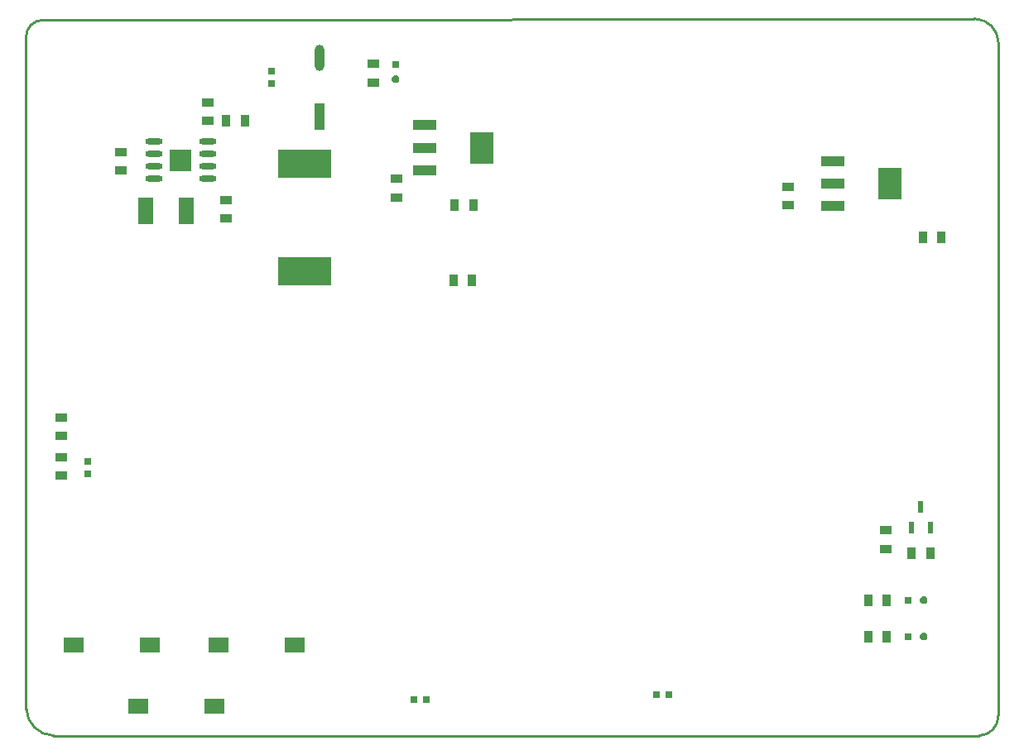
<source format=gtp>
G04*
G04 #@! TF.GenerationSoftware,Altium Limited,Altium Designer,21.7.2 (23)*
G04*
G04 Layer_Color=8421504*
%FSLAX25Y25*%
%MOIN*%
G70*
G04*
G04 #@! TF.SameCoordinates,8516E6F5-4896-463E-9EC1-BE868EEF7334*
G04*
G04*
G04 #@! TF.FilePolarity,Positive*
G04*
G01*
G75*
%ADD11C,0.01000*%
%ADD17R,0.09449X0.12992*%
%ADD18R,0.09449X0.03937*%
%ADD19R,0.05000X0.03500*%
%ADD20R,0.03500X0.05000*%
%ADD21R,0.07874X0.05906*%
%ADD22R,0.03000X0.03000*%
%ADD23R,0.02362X0.05118*%
%ADD24R,0.21260X0.11417*%
%ADD25O,0.03937X0.10630*%
%ADD26R,0.03937X0.10630*%
%ADD27R,0.03000X0.03000*%
%ADD28R,0.09016X0.09016*%
%ADD29O,0.07087X0.02362*%
%ADD30R,0.06300X0.11000*%
%ADD31P,0.03247X8X292.5*%
%ADD32P,0.03247X8X22.5*%
D11*
X581500Y211000D02*
G03*
X589199Y219199I-250J7949D01*
G01*
Y490301D02*
G03*
X579500Y500000I-9699J0D01*
G01*
X197743Y222257D02*
G03*
X209000Y211000I11257J0D01*
G01*
X204500Y499500D02*
G03*
X197698Y492698I0J-6802D01*
G01*
X197500Y221500D02*
Y492443D01*
X589199Y219199D02*
Y490301D01*
X204500Y499501D02*
X579481Y499988D01*
X208500Y210954D02*
X581620Y210954D01*
D17*
X545417Y433500D02*
D03*
X381177Y448000D02*
D03*
D18*
X522583Y424445D02*
D03*
X522583Y433500D02*
D03*
X522583Y442555D02*
D03*
X358342Y457055D02*
D03*
X358342Y448000D02*
D03*
X358342Y438945D02*
D03*
D19*
X504500Y424759D02*
D03*
Y432240D02*
D03*
X270740Y458760D02*
D03*
Y466241D02*
D03*
X236000Y438760D02*
D03*
X236000Y446241D02*
D03*
X212000Y339241D02*
D03*
Y331760D02*
D03*
X212000Y323240D02*
D03*
Y315760D02*
D03*
X544000Y286260D02*
D03*
X544000Y293740D02*
D03*
X337500Y481741D02*
D03*
X337500Y474260D02*
D03*
X347000Y435480D02*
D03*
X347000Y428000D02*
D03*
X278259Y419520D02*
D03*
X278259Y427000D02*
D03*
D20*
X558759Y412000D02*
D03*
X566240Y412000D02*
D03*
X370260Y425000D02*
D03*
X377741Y425000D02*
D03*
X285740Y459000D02*
D03*
X278259Y459000D02*
D03*
X369759Y394500D02*
D03*
X377240D02*
D03*
X561740Y284500D02*
D03*
X554260Y284500D02*
D03*
X544241Y251000D02*
D03*
X536760Y251000D02*
D03*
X544241Y265500D02*
D03*
X536760Y265500D02*
D03*
D21*
X275291Y247500D02*
D03*
X306000D02*
D03*
X216791D02*
D03*
X247500D02*
D03*
X242791Y223000D02*
D03*
X273500D02*
D03*
D22*
X353882Y225500D02*
D03*
X359000D02*
D03*
X456559Y227500D02*
D03*
X451441D02*
D03*
X552941Y251000D02*
D03*
Y265500D02*
D03*
D23*
X554260Y294866D02*
D03*
X561740Y294866D02*
D03*
X558000Y303134D02*
D03*
D24*
X310000Y398346D02*
D03*
Y441654D02*
D03*
D25*
X316000Y484311D02*
D03*
D26*
Y460689D02*
D03*
D27*
X296500Y473882D02*
D03*
Y479000D02*
D03*
X222500Y321500D02*
D03*
X222500Y316382D02*
D03*
X346500Y481559D02*
D03*
D28*
X260000Y443000D02*
D03*
D29*
X249085Y450500D02*
D03*
Y445500D02*
D03*
Y440500D02*
D03*
Y435500D02*
D03*
X270915Y450500D02*
D03*
Y445500D02*
D03*
Y440500D02*
D03*
Y435500D02*
D03*
D30*
X245800Y422500D02*
D03*
X262300D02*
D03*
D31*
X346500Y475441D02*
D03*
D32*
X559059Y251000D02*
D03*
Y265500D02*
D03*
M02*

</source>
